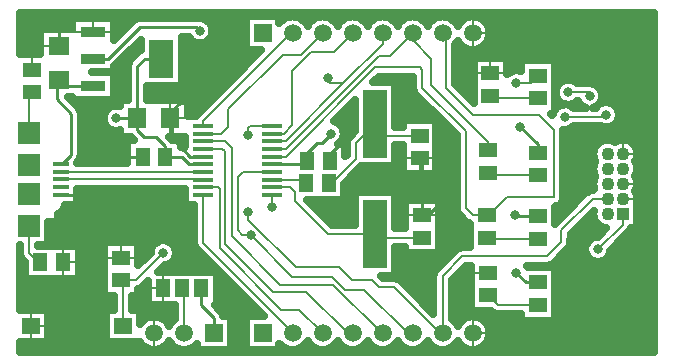
<source format=gtl>
G04 DipTrace 3.3.1.3*
G04 cmsis_dap.gtl*
%MOIN*%
G04 #@! TF.FileFunction,Copper,L1,Top*
G04 #@! TF.Part,Single*
G04 #@! TA.AperFunction,Conductor*
%ADD13C,0.01*%
%ADD14C,0.008*%
G04 #@! TA.AperFunction,CopperBalancing*
%ADD15C,0.025*%
%ADD16C,0.00799*%
%ADD17R,0.051181X0.059055*%
%ADD18R,0.059055X0.051181*%
%ADD19R,0.070866X0.062992*%
%ADD20R,0.062992X0.070866*%
G04 #@! TA.AperFunction,ComponentPad*
%ADD21R,0.059055X0.059055*%
%ADD22C,0.059055*%
%ADD24R,0.074803X0.074803*%
%ADD25R,0.05315X0.015748*%
G04 #@! TA.AperFunction,ComponentPad*
%ADD26R,0.043307X0.043307*%
%ADD27C,0.043307*%
%ADD28R,0.059055X0.055118*%
%ADD30R,0.084646X0.037402*%
%ADD31R,0.084646X0.127953*%
%ADD32R,0.070866X0.015748*%
%ADD34R,0.07874X0.226772*%
G04 #@! TA.AperFunction,ComponentPad*
%ADD35C,0.047638*%
G04 #@! TA.AperFunction,ViaPad*
%ADD36C,0.031496*%
%FSLAX26Y26*%
G04*
G70*
G90*
G75*
G01*
G04 Top*
%LPD*%
X2145669Y1082676D2*
D13*
Y1110235D1*
X2086613Y1169291D1*
X2145669Y649606D2*
X2106298D1*
X2074802Y681102D1*
X903149Y1069291D2*
X958267D1*
X984251Y1043306D1*
X1031495D1*
X2145669Y870078D2*
X2074802D1*
X2070865Y874015D1*
X1066928Y480314D2*
Y531495D1*
X1023621Y574802D1*
Y629920D1*
X891338Y1394881D2*
X835826D1*
X811023Y1370078D1*
Y1196850D1*
Y1157480D1*
X834645Y1133857D1*
X874015D1*
X903149Y1104724D1*
Y1069291D1*
X811023Y1196850D2*
X740157D1*
X1259842Y1043306D2*
X1366141D1*
X1377952Y1055117D1*
X662991Y1394881D2*
X713779D1*
X818897Y1499999D1*
X1007873D1*
X1019684Y1488188D1*
X1456692Y1145669D2*
X1425196Y1114172D1*
X1409448D1*
X1377952Y1082676D1*
Y1055117D1*
X555314Y1044094D2*
X559842D1*
X590550Y1074802D1*
Y1212598D1*
X543306Y1259842D1*
Y1319684D1*
X549606Y1325983D1*
X662991Y1304330D2*
X571259D1*
X549606Y1325983D1*
X966928Y480314D2*
D14*
Y623621D1*
X960629Y629920D1*
X1259842Y940944D2*
Y901574D1*
X1031495Y940944D2*
Y779527D1*
X1328346Y482676D1*
Y480314D1*
X1031495Y966535D2*
X1080708D1*
X1086613Y960629D1*
Y763779D1*
X1291338Y559054D1*
X1349606D1*
X1428346Y480314D1*
X1759842Y874015D2*
D13*
Y1055117D1*
X1751968Y1062991D1*
X1031495Y1068897D2*
X986220D1*
X925196Y1129920D1*
Y1192913D1*
X921259Y1196850D1*
X555314Y941731D2*
X697637D1*
X582676Y1519684D2*
X559054D1*
X549606Y1510235D1*
Y1436220D1*
X828346Y1069291D2*
X777165D1*
X716535Y1129920D1*
X1759842Y874015D2*
X1779527D1*
X1822834Y917322D1*
X980314Y1248031D2*
X952755D1*
X921259Y1216535D1*
Y1196850D1*
X1452755Y1055117D2*
Y1079133D1*
X1511810Y1138188D1*
Y1170472D1*
X1259842Y992125D2*
D14*
X1362204D1*
X1374015Y980314D1*
X1759842Y799212D2*
X1615359D1*
X1602760Y811810D1*
X1259842Y966535D2*
X1320078D1*
X1335826Y950787D1*
Y922440D1*
X1446456Y811810D1*
X1602760D1*
X1448818Y980314D2*
X1458661D1*
X1539369Y1061023D1*
Y1112986D1*
X1602760Y1176377D1*
X1751968Y1137794D2*
X1641343D1*
X1602760Y1176377D1*
X2145669Y574802D2*
X2011810D1*
X1980314Y606298D1*
X2145669Y795275D2*
X1980314D1*
X1976377Y799212D1*
X2145669Y1263779D2*
X1996062D1*
X1988188Y1271653D1*
X2145669Y1007873D2*
X1988188D1*
X1980314Y1015747D1*
X1728346Y480314D2*
X1712598D1*
X1566928Y625983D1*
X1503936D1*
X1460629Y669291D1*
X1326771D1*
X1188976Y807086D1*
X897637Y748031D2*
X807086Y657480D1*
X757086D1*
X763779Y503936D2*
Y650787D1*
X757086Y657480D1*
X1259842Y1017716D2*
X1163385D1*
X1145669Y999999D1*
Y822834D1*
X1161417Y807086D1*
X1188976D1*
X1259842Y1068897D2*
X1305117D1*
X1602361Y1366141D1*
X1751968D1*
X1759842Y1358267D1*
Y1299212D1*
X1905511Y1153543D1*
Y897637D1*
X1929133Y874015D1*
X1976377D1*
X1984251D1*
X2043306Y933070D1*
X2200787D1*
Y1157480D1*
X2149606Y1208661D1*
X1929133D1*
X1838582Y1299212D1*
Y1470078D1*
X1828346Y1480314D1*
X1259842Y1094487D2*
X1307086D1*
X1618109Y1405511D1*
X1653543D1*
X1728346Y1480314D1*
X1980314Y1090550D2*
Y1118109D1*
X1791338Y1307086D1*
Y1393700D1*
X1728346Y1456692D1*
Y1480314D1*
X1444881Y1330708D2*
X1440944Y1334645D1*
X1437007Y1330708D1*
X1454815Y1312899D1*
X1497939D1*
X1305117Y1120078D1*
X1259842D1*
X1628346Y1480314D2*
Y1443306D1*
X1497939Y1312899D1*
X1259842Y1145669D2*
X1299212D1*
X1326771Y1173228D1*
Y1354330D1*
X1389763Y1417322D1*
X1465354D1*
X1528346Y1480314D1*
X2379133Y927952D2*
X2329527D1*
X2224409Y822834D1*
Y783464D1*
X2177165Y736220D1*
X1893700D1*
X1828346Y670865D1*
Y480314D1*
X1818897D1*
X1665354Y633857D1*
X1618109D1*
X1594487Y657480D1*
X1527558D1*
X1484251Y700787D1*
X1338582D1*
X1181102Y858267D1*
Y885826D1*
Y1141731D2*
Y1165354D1*
X1187007Y1171259D1*
X1259842D1*
X1031487D2*
Y1188968D1*
X1322834Y1480314D1*
X1328346D1*
X2374015Y1208661D2*
X2366141Y1200787D1*
X2236220D1*
X1031495Y1145669D2*
X1090550D1*
X1114172Y1169291D1*
Y1228346D1*
X1295275Y1409448D1*
X1357480D1*
X1428346Y1480314D1*
X2318897Y1271653D2*
X2322834Y1275590D1*
X2314960Y1283464D1*
X2248031D1*
X1628346Y480314D2*
X1625983D1*
X1464566Y641731D1*
X1287401D1*
X1125983Y803149D1*
Y1098424D1*
X1104330Y1120078D1*
X1031495D1*
X1528346Y480314D2*
X1511810D1*
X1374015Y618109D1*
X1263779D1*
X1102617Y779271D1*
Y1086357D1*
X1094487Y1094487D1*
X1031495D1*
X555314Y1018503D2*
X1030708D1*
X1031495Y1017716D1*
X555314Y992913D2*
X1011023D1*
X1011810Y992125D1*
X1031495D1*
X2429133Y877952D2*
Y842519D1*
X2346456Y759842D1*
X2074802Y1314960D2*
X2122046D1*
X2145669Y1338582D1*
X449999Y837401D2*
Y746850D1*
X480314Y716535D1*
X488188D1*
X449999Y1148424D2*
Y1274015D1*
X459842Y1283857D1*
D36*
X2086613Y1169291D3*
X2074802Y681102D3*
X2070865Y874015D3*
X740157Y1196850D3*
X1019684Y1488188D3*
X1456692Y1145669D3*
X1259842Y901574D3*
X697637Y941731D3*
X582676Y1519684D3*
X716535Y1129920D3*
X1822834Y917322D3*
X980314Y1248031D3*
X1511810Y1170472D3*
X1188976Y807086D3*
X897637Y748031D3*
X1444881Y1330708D3*
X1181102Y885826D3*
Y1141731D3*
X2374015Y1208661D3*
X2236220Y1200787D3*
X2318897Y1271653D3*
X2248031Y1283464D3*
X2346456Y759842D3*
X2074802Y1314960D3*
X421718Y1524434D2*
D15*
X591653D1*
X734305D2*
X796516D1*
X1043878D2*
X1169819D1*
X1365364D2*
X1391297D1*
X1465374D2*
X1491306D1*
X1565383D2*
X1591315D1*
X1665392D2*
X1691324D1*
X1765365D2*
X1791298D1*
X1865375D2*
X1891307D1*
X1965384D2*
X2531050D1*
X421718Y1499565D2*
X591653D1*
X734305D2*
X771397D1*
X1062861D2*
X1169819D1*
X1983470D2*
X2531050D1*
X421718Y1474696D2*
X485185D1*
X1062215D2*
X1169819D1*
X1986591D2*
X2531050D1*
X421718Y1449827D2*
X485185D1*
X962672D2*
X999477D1*
X1039895D2*
X1169819D1*
X1977836D2*
X2531050D1*
X421718Y1424959D2*
X485185D1*
X790894D2*
X820020D1*
X962672D2*
X1169819D1*
X1871583D2*
X1917179D1*
X1939511D2*
X2531050D1*
X766027Y1400090D2*
X794004D1*
X962672D2*
X1196984D1*
X1871583D2*
X2531050D1*
X741159Y1375221D2*
X777462D1*
X962672D2*
X1172116D1*
X1871583D2*
X1929667D1*
X2046733D2*
X2087127D1*
X2204193D2*
X2531050D1*
X734305Y1350352D2*
X777031D1*
X962672D2*
X1147248D1*
X1871583D2*
X1929667D1*
X2204193D2*
X2531050D1*
X734305Y1325483D2*
X777031D1*
X962672D2*
X1122380D1*
X1607331D2*
X1726850D1*
X1871583D2*
X1929667D1*
X2204193D2*
X2241142D1*
X2254936D2*
X2531050D1*
X734305Y1300615D2*
X777031D1*
X845008D2*
X1097513D1*
X1671134D2*
X1726850D1*
X1882814D2*
X1929667D1*
X2352144D2*
X2531050D1*
X734305Y1275746D2*
X777031D1*
X845008D2*
X1072645D1*
X1671134D2*
X1737687D1*
X1907682D2*
X1929667D1*
X2363447D2*
X2531050D1*
X599309Y1250877D2*
X750513D1*
X981762D2*
X1047777D1*
X1671134D2*
X1762554D1*
X2204193D2*
X2218642D1*
X2358172D2*
X2531050D1*
X621557Y1226008D2*
X707093D1*
X981762D2*
X1022910D1*
X1507860D2*
X1534403D1*
X1671134D2*
X1787422D1*
X2415049D2*
X2531050D1*
X624535Y1201140D2*
X695610D1*
X1482993D2*
X1534403D1*
X1671134D2*
X1812290D1*
X2418099D2*
X2531050D1*
X624535Y1176271D2*
X700777D1*
X1488304D2*
X1534403D1*
X1671134D2*
X1693441D1*
X1810508D2*
X1837158D1*
X2403637D2*
X2531050D1*
X624535Y1151402D2*
X750513D1*
X1501042D2*
X1532142D1*
X1810508D2*
X1862025D1*
X2233798D2*
X2531050D1*
X624535Y1126533D2*
X794937D1*
X928367D2*
X967074D1*
X1496844D2*
X1509559D1*
X1810508D2*
X1872503D1*
X2233798D2*
X2531050D1*
X624535Y1101665D2*
X773766D1*
X1671134D2*
X1693441D1*
X1810508D2*
X1872503D1*
X2233798D2*
X2334728D1*
X2473540D2*
X2531050D1*
X624535Y1076796D2*
X773766D1*
X1671134D2*
X1693441D1*
X1810508D2*
X1872503D1*
X2233798D2*
X2328484D1*
X2479784D2*
X2531050D1*
X614739Y1051927D2*
X773766D1*
X1671134D2*
X1693441D1*
X1810508D2*
X1872503D1*
X2233798D2*
X2334871D1*
X2473396D2*
X2531050D1*
X1551029Y1027058D2*
X1693441D1*
X1810508D2*
X1872503D1*
X2233798D2*
X2328484D1*
X2479784D2*
X2531050D1*
X1526161Y1002190D2*
X1872503D1*
X2233798D2*
X2335015D1*
X2473253D2*
X2531050D1*
X1503411Y977321D2*
X1872503D1*
X2233798D2*
X2328484D1*
X2479784D2*
X2531050D1*
X610899Y952452D2*
X967074D1*
X1503411D2*
X1872503D1*
X2233798D2*
X2308855D1*
X2473073D2*
X2531050D1*
X610899Y927583D2*
X967074D1*
X1503411D2*
X1534403D1*
X1671134D2*
X1872503D1*
X2233295D2*
X2283521D1*
X2479784D2*
X2531050D1*
X572647Y902714D2*
X998508D1*
X1401177D2*
X1534403D1*
X1671134D2*
X1701300D1*
X1818366D2*
X1872503D1*
X2206239D2*
X2258653D1*
X2479784D2*
X2531050D1*
X550435Y877846D2*
X998508D1*
X1426045D2*
X1534403D1*
X1671134D2*
X1701300D1*
X1818366D2*
X1879788D1*
X2204193D2*
X2233785D1*
X2479784D2*
X2531050D1*
X550435Y852977D2*
X998508D1*
X1450912D2*
X1534403D1*
X1671134D2*
X1701300D1*
X1818366D2*
X1904548D1*
X2300183D2*
X2335445D1*
X2479784D2*
X2531050D1*
X516380Y828108D2*
X998508D1*
X1818366D2*
X1917861D1*
X2275316D2*
X2369105D1*
X2458504D2*
X2531050D1*
X516380Y803239D2*
X998508D1*
X1818366D2*
X1917861D1*
X2257409D2*
X2344237D1*
X2435503D2*
X2531050D1*
X516380Y778371D2*
X698552D1*
X815619D2*
X865737D1*
X929551D2*
X998508D1*
X1818366D2*
X1917861D1*
X2256979D2*
X2305984D1*
X2410635D2*
X2531050D1*
X617574Y753502D2*
X698552D1*
X815619D2*
X853249D1*
X942039D2*
X1011893D1*
X1671134D2*
X1701300D1*
X1818366D2*
X1865363D1*
X2240077D2*
X2302181D1*
X2390719D2*
X2531050D1*
X617574Y728633D2*
X698552D1*
X815619D2*
X832616D1*
X937661D2*
X1036761D1*
X1671134D2*
X1840495D1*
X2215210D2*
X2315494D1*
X2377442D2*
X2531050D1*
X617574Y703764D2*
X698552D1*
X899014D2*
X1061629D1*
X1671134D2*
X1815627D1*
X1906893D2*
X1921772D1*
X2112976D2*
X2531050D1*
X617574Y678896D2*
X698552D1*
X1671134D2*
X1796429D1*
X1882025D2*
X1921772D1*
X2204193D2*
X2531050D1*
X421718Y654027D2*
X698552D1*
X1078219D2*
X1111364D1*
X1690834D2*
X1795352D1*
X1861356D2*
X1921772D1*
X2204193D2*
X2531050D1*
X421718Y629158D2*
X698552D1*
X820894D2*
X843058D1*
X1078219D2*
X1136232D1*
X1715702D2*
X1795352D1*
X1861356D2*
X1921772D1*
X2204193D2*
X2531050D1*
X421718Y604289D2*
X730776D1*
X796779D2*
X843058D1*
X1078219D2*
X1161100D1*
X1740569D2*
X1795352D1*
X1861356D2*
X1921772D1*
X2204193D2*
X2531050D1*
X421718Y579420D2*
X730776D1*
X796779D2*
X843058D1*
X1078219D2*
X1185967D1*
X1765437D2*
X1795352D1*
X1861356D2*
X1921772D1*
X2204193D2*
X2531050D1*
X515232Y554552D2*
X705263D1*
X822293D2*
X933917D1*
X1090922D2*
X1210835D1*
X1861356D2*
X1921772D1*
X2204193D2*
X2531050D1*
X515232Y529683D2*
X705263D1*
X822293D2*
X837927D1*
X895927D2*
X933917D1*
X1125443D2*
X1169819D1*
X1861356D2*
X1899345D1*
X1957346D2*
X2087127D1*
X2204193D2*
X2531050D1*
X515232Y504814D2*
X705263D1*
X1125443D2*
X1169819D1*
X1981245D2*
X2531050D1*
X515232Y479945D2*
X705263D1*
X1125443D2*
X1169819D1*
X1986878D2*
X2531050D1*
X515232Y455077D2*
X705263D1*
X1125443D2*
X1169819D1*
X1980850D2*
X2531050D1*
X421718Y430208D2*
X839362D1*
X894492D2*
X939371D1*
X994501D2*
X1008412D1*
X1125443D2*
X1169819D1*
X1286886D2*
X1300761D1*
X1355927D2*
X1400770D1*
X1455900D2*
X1500779D1*
X1555909D2*
X1600788D1*
X1655919D2*
X1700762D1*
X1755928D2*
X1800771D1*
X1855901D2*
X1900780D1*
X1955910D2*
X2531050D1*
X926953Y1125318D2*
X955239D1*
Y1100809D1*
X963195Y1100403D1*
X968010Y1099246D1*
X969562Y1104077D1*
Y1134942D1*
X917499Y1134916D1*
X925429Y1126991D1*
X778092Y1125318D2*
X798640D1*
X789023Y1134931D1*
X753027Y1134916D1*
Y1156626D1*
X746766Y1155122D1*
X740157Y1154602D1*
X733548Y1155122D1*
X727101Y1156669D1*
X720976Y1159206D1*
X715324Y1162670D1*
X710283Y1166976D1*
X705977Y1172017D1*
X702513Y1177669D1*
X699976Y1183794D1*
X698429Y1190241D1*
X697909Y1196850D1*
X698429Y1203459D1*
X699976Y1209905D1*
X702513Y1216030D1*
X705977Y1221682D1*
X710283Y1226723D1*
X715324Y1231029D1*
X720976Y1234493D1*
X727101Y1237030D1*
X733548Y1238577D1*
X740157Y1239098D1*
X746766Y1238577D1*
X753025Y1237083D1*
X753027Y1258783D1*
X779545D1*
X779620Y1372549D1*
X780393Y1377432D1*
X781921Y1382133D1*
X784165Y1386537D1*
X787070Y1390536D1*
X813552Y1417155D1*
X817311Y1420365D1*
X821534Y1422952D1*
X822515Y1423827D1*
Y1459101D1*
X734236Y1370928D1*
X732286Y1369392D1*
X731814Y1366591D1*
Y1349680D1*
X658473Y1349530D1*
X731814D1*
Y1259129D1*
X594169D1*
Y1267992D1*
X579709Y1267987D1*
X614503Y1233055D1*
X617409Y1229056D1*
X619653Y1224652D1*
X621180Y1219951D1*
X621953Y1215069D1*
X622051Y1148293D1*
X621953Y1072331D1*
X621180Y1067449D1*
X619653Y1062748D1*
X617409Y1058344D1*
X614503Y1054345D1*
X612817Y1052522D1*
X610432Y1049003D1*
X776253D1*
X776255Y1125318D1*
X778092D1*
X1481038Y1111145D2*
X1504846D1*
Y1069627D1*
X1508877Y1073664D1*
X1508963Y1115379D1*
X1509712Y1120106D1*
X1511191Y1124658D1*
X1513364Y1128922D1*
X1516177Y1132794D1*
X1536909Y1153659D1*
X1536891Y1257502D1*
X1466178Y1186824D1*
X1472860Y1184701D1*
X1478767Y1181691D1*
X1484130Y1177794D1*
X1488818Y1173106D1*
X1492714Y1167743D1*
X1495724Y1161836D1*
X1497773Y1155531D1*
X1498810Y1148983D1*
Y1142354D1*
X1497773Y1135806D1*
X1495724Y1129501D1*
X1492714Y1123594D1*
X1488818Y1118231D1*
X1484130Y1113543D1*
X1481019Y1111151D1*
X813113Y627575D2*
Y605389D1*
X794274D1*
X794279Y558026D1*
X819806Y557995D1*
Y510592D1*
X823900Y516198D1*
X828963Y521517D1*
X834678Y526129D1*
X840947Y529954D1*
X847663Y532925D1*
X854710Y534993D1*
X861966Y536122D1*
X869308Y536291D1*
X876609Y535499D1*
X883744Y533759D1*
X890590Y531100D1*
X897029Y527569D1*
X902951Y523226D1*
X908254Y518146D1*
X912847Y512416D1*
X916924Y505589D1*
X921601Y513246D1*
X927311Y519932D1*
X933996Y525641D1*
X936440Y527274D1*
X936428Y573864D1*
X845547Y573893D1*
Y652802D1*
X826894Y634287D1*
X823022Y631474D1*
X818758Y629301D1*
X814197Y627820D1*
X733271Y605389D2*
X701058D1*
Y784373D1*
X813113D1*
Y706641D1*
X855373Y748901D1*
X855909Y754640D1*
X857457Y761086D1*
X859994Y767211D1*
X863458Y772863D1*
X867763Y777905D1*
X872804Y782210D1*
X878457Y785674D1*
X884582Y788211D1*
X891028Y789759D1*
X897637Y790279D1*
X904246Y789759D1*
X910692Y788211D1*
X916817Y785674D1*
X922470Y782210D1*
X927511Y777905D1*
X931816Y772863D1*
X935280Y767211D1*
X937817Y761086D1*
X939365Y754640D1*
X939885Y748031D1*
X939365Y741422D1*
X937817Y734975D1*
X935280Y728851D1*
X931816Y723198D1*
X927511Y718157D1*
X922470Y713851D1*
X916817Y710387D1*
X910692Y707850D1*
X904246Y706303D1*
X898556Y705819D1*
X878682Y685942D1*
X1075712Y685948D1*
Y573893D1*
X1069073D1*
X1090881Y551953D1*
X1093787Y547954D1*
X1096031Y543550D1*
X1097558Y538849D1*
X1098042Y536413D1*
X1122956Y536342D1*
Y424286D1*
X1010901D1*
Y445566D1*
X1006546Y440697D1*
X999861Y434987D1*
X992364Y430393D1*
X984242Y427029D1*
X975693Y424976D1*
X966928Y424287D1*
X958164Y424976D1*
X949615Y427029D1*
X941492Y430393D1*
X933996Y434987D1*
X927311Y440697D1*
X921601Y447382D1*
X916928Y455050D1*
X913476Y449130D1*
X908997Y443310D1*
X903796Y438126D1*
X897961Y433666D1*
X891594Y430008D1*
X884802Y427214D1*
X877703Y425332D1*
X870420Y424395D1*
X863076Y424419D1*
X855798Y425403D1*
X848712Y427331D1*
X841938Y430168D1*
X835594Y433868D1*
X829789Y438365D1*
X824621Y443583D1*
X820180Y449432D1*
X819806Y449877D1*
X707751D1*
Y557995D1*
X733265D1*
X733279Y605381D1*
X489510Y1494216D2*
X594170D1*
X594169Y1530633D1*
X731814D1*
Y1457465D1*
X798439Y1523952D1*
X802438Y1526857D1*
X806842Y1529101D1*
X811543Y1530629D1*
X816425Y1531402D1*
X883201Y1531499D1*
X1010345Y1531402D1*
X1015236Y1530626D1*
X1026293Y1529916D1*
X1032740Y1528368D1*
X1038864Y1525831D1*
X1044517Y1522368D1*
X1049558Y1518062D1*
X1053864Y1513021D1*
X1057328Y1507368D1*
X1059865Y1501244D1*
X1061412Y1494797D1*
X1061932Y1488188D1*
X1061412Y1481579D1*
X1059865Y1475133D1*
X1057328Y1469008D1*
X1053864Y1463355D1*
X1049558Y1458314D1*
X1044517Y1454009D1*
X1038864Y1450545D1*
X1032740Y1448008D1*
X1026293Y1446460D1*
X1019684Y1445940D1*
X1013075Y1446460D1*
X1006629Y1448008D1*
X1000504Y1450545D1*
X994851Y1454009D1*
X989810Y1458314D1*
X985505Y1463355D1*
X982326Y1468499D1*
X960183D1*
X960161Y1304404D1*
X842497D1*
X842523Y1258801D1*
X979255Y1258783D1*
Y1205638D1*
X1005977Y1205633D1*
X1008295Y1208776D1*
X1061886Y1262500D1*
X1223696Y1424310D1*
X1172318Y1424287D1*
Y1536342D1*
X1284373D1*
Y1515062D1*
X1288728Y1519932D1*
X1295413Y1525641D1*
X1302910Y1530235D1*
X1311032Y1533600D1*
X1319581Y1535652D1*
X1328346Y1536342D1*
X1337110Y1535652D1*
X1345659Y1533600D1*
X1353782Y1530235D1*
X1361278Y1525641D1*
X1367963Y1519932D1*
X1373673Y1513246D1*
X1378346Y1505578D1*
X1383018Y1513246D1*
X1388728Y1519932D1*
X1395413Y1525641D1*
X1402910Y1530235D1*
X1411032Y1533600D1*
X1419581Y1535652D1*
X1428346Y1536342D1*
X1437110Y1535652D1*
X1445659Y1533600D1*
X1453782Y1530235D1*
X1461278Y1525641D1*
X1467963Y1519932D1*
X1473673Y1513246D1*
X1478346Y1505578D1*
X1483018Y1513246D1*
X1488728Y1519932D1*
X1495413Y1525641D1*
X1502910Y1530235D1*
X1511032Y1533600D1*
X1519581Y1535652D1*
X1528346Y1536342D1*
X1537110Y1535652D1*
X1545659Y1533600D1*
X1553782Y1530235D1*
X1561278Y1525641D1*
X1567963Y1519932D1*
X1573673Y1513246D1*
X1578346Y1505578D1*
X1583018Y1513246D1*
X1588728Y1519932D1*
X1595413Y1525641D1*
X1602910Y1530235D1*
X1611032Y1533600D1*
X1619581Y1535652D1*
X1628346Y1536342D1*
X1637110Y1535652D1*
X1645659Y1533600D1*
X1653782Y1530235D1*
X1661278Y1525641D1*
X1667963Y1519932D1*
X1673673Y1513246D1*
X1678346Y1505578D1*
X1683018Y1513246D1*
X1688728Y1519932D1*
X1695413Y1525641D1*
X1702910Y1530235D1*
X1711032Y1533600D1*
X1719581Y1535652D1*
X1728346Y1536342D1*
X1737110Y1535652D1*
X1745659Y1533600D1*
X1753782Y1530235D1*
X1761278Y1525641D1*
X1767963Y1519932D1*
X1773673Y1513246D1*
X1778346Y1505578D1*
X1783018Y1513246D1*
X1788728Y1519932D1*
X1795413Y1525641D1*
X1802910Y1530235D1*
X1811032Y1533600D1*
X1819581Y1535652D1*
X1828346Y1536342D1*
X1837110Y1535652D1*
X1845659Y1533600D1*
X1853782Y1530235D1*
X1861278Y1525641D1*
X1867963Y1519932D1*
X1873673Y1513246D1*
X1878346Y1505578D1*
X1882001Y1511798D1*
X1886517Y1517589D1*
X1891751Y1522740D1*
X1897615Y1527162D1*
X1904006Y1530779D1*
X1910816Y1533529D1*
X1917926Y1535364D1*
X1925216Y1536254D1*
X1932560Y1536183D1*
X1939831Y1535152D1*
X1946904Y1533179D1*
X1953659Y1530297D1*
X1959979Y1526557D1*
X1965756Y1522022D1*
X1970890Y1516771D1*
X1975292Y1510893D1*
X1978889Y1504490D1*
X1981617Y1497672D1*
X1983429Y1490556D1*
X1984296Y1483263D1*
X1984253Y1476642D1*
X1983292Y1469362D1*
X1981388Y1462269D1*
X1978572Y1455486D1*
X1974893Y1449130D1*
X1970415Y1443310D1*
X1965213Y1438126D1*
X1959379Y1433666D1*
X1953011Y1430008D1*
X1946219Y1427214D1*
X1939121Y1425332D1*
X1931837Y1424395D1*
X1924493Y1424419D1*
X1917215Y1425403D1*
X1910129Y1427331D1*
X1903356Y1430168D1*
X1897012Y1433868D1*
X1891206Y1438365D1*
X1886038Y1443583D1*
X1881598Y1449432D1*
X1878353Y1455037D1*
X1873673Y1447382D1*
X1869071Y1441896D1*
X1869082Y1311865D1*
X1932185Y1248742D1*
X1932161Y1398546D1*
X2044216D1*
Y1344110D1*
X2049970Y1349139D1*
X2055622Y1352603D1*
X2061747Y1355140D1*
X2068193Y1356688D1*
X2074802Y1357208D1*
X2081411Y1356688D1*
X2087858Y1355140D1*
X2089645Y1354481D1*
X2089641Y1390672D1*
X2201696D1*
Y1225118D1*
X2206346Y1230660D1*
X2211387Y1234966D1*
X2217039Y1238430D1*
X2223164Y1240967D1*
X2229611Y1242515D1*
X2235818Y1243019D1*
X2228851Y1245821D1*
X2223198Y1249284D1*
X2218157Y1253590D1*
X2213851Y1258631D1*
X2210387Y1264284D1*
X2207850Y1270408D1*
X2206303Y1276855D1*
X2205783Y1283464D1*
X2206303Y1290073D1*
X2207850Y1296519D1*
X2210387Y1302644D1*
X2213851Y1308297D1*
X2218157Y1313338D1*
X2223198Y1317643D1*
X2228851Y1321107D1*
X2234975Y1323644D1*
X2241422Y1325192D1*
X2248031Y1325712D1*
X2254640Y1325192D1*
X2261086Y1323644D1*
X2267211Y1321107D1*
X2272863Y1317643D1*
X2277229Y1313962D1*
X2322212Y1313771D1*
X2328759Y1312733D1*
X2335064Y1310685D1*
X2340971Y1307675D1*
X2346335Y1303778D1*
X2351023Y1299091D1*
X2354919Y1293727D1*
X2357929Y1287820D1*
X2359978Y1281515D1*
X2361015Y1274967D1*
Y1268338D1*
X2359978Y1261790D1*
X2357929Y1255485D1*
X2354919Y1249578D1*
X2350767Y1243939D1*
X2354835Y1246304D1*
X2360960Y1248841D1*
X2367406Y1250389D1*
X2374015Y1250909D1*
X2380624Y1250389D1*
X2387070Y1248841D1*
X2393195Y1246304D1*
X2398848Y1242840D1*
X2403889Y1238534D1*
X2408194Y1233493D1*
X2411658Y1227841D1*
X2414195Y1221716D1*
X2415743Y1215270D1*
X2416263Y1208661D1*
X2415743Y1202052D1*
X2414195Y1195605D1*
X2411658Y1189480D1*
X2408194Y1183828D1*
X2403889Y1178787D1*
X2398848Y1174481D1*
X2393195Y1171017D1*
X2387070Y1168480D1*
X2380624Y1166933D1*
X2374015Y1166413D1*
X2367406Y1166933D1*
X2360960Y1168480D1*
X2356423Y1170285D1*
X2265486Y1170287D1*
X2261052Y1166607D1*
X2255400Y1163143D1*
X2249275Y1160606D1*
X2242829Y1159059D1*
X2236220Y1158539D1*
X2231245Y1158865D1*
X2231287Y933070D1*
X2230911Y928299D1*
X2229794Y923645D1*
X2227962Y919223D1*
X2225462Y915143D1*
X2222353Y911503D1*
X2218714Y908395D1*
X2214633Y905894D1*
X2210212Y904063D1*
X2205558Y902945D1*
X2203170Y902664D1*
X2201696Y894609D1*
Y843167D1*
X2307960Y949519D1*
X2311599Y952627D1*
X2315680Y955128D1*
X2320102Y956959D1*
X2324756Y958077D1*
X2329536Y958452D1*
X2334645Y959524D1*
X2332310Y966711D1*
X2331128Y974174D1*
Y981730D1*
X2332310Y989193D1*
X2334645Y996380D1*
X2337982Y1002945D1*
X2334645Y1009524D1*
X2332310Y1016711D1*
X2331128Y1024174D1*
Y1031730D1*
X2332310Y1039193D1*
X2334645Y1046380D1*
X2337982Y1052945D1*
X2334645Y1059524D1*
X2332310Y1066711D1*
X2331128Y1074174D1*
Y1081730D1*
X2332310Y1089193D1*
X2334645Y1096380D1*
X2338075Y1103112D1*
X2342517Y1109225D1*
X2347860Y1114568D1*
X2353973Y1119010D1*
X2360706Y1122440D1*
X2367892Y1124775D1*
X2375355Y1125957D1*
X2382911D1*
X2390374Y1124775D1*
X2397561Y1122440D1*
X2404126Y1119103D1*
X2410340Y1122287D1*
X2417298Y1124628D1*
X2424532Y1125885D1*
X2431872Y1126028D1*
X2439149Y1125052D1*
X2446193Y1122982D1*
X2452841Y1119865D1*
X2458937Y1115774D1*
X2464340Y1110803D1*
X2468925Y1105069D1*
X2472585Y1098704D1*
X2475235Y1091857D1*
X2476813Y1084687D1*
X2477287Y1077952D1*
X2476727Y1070631D1*
X2475061Y1063481D1*
X2472327Y1056667D1*
X2470281Y1052954D1*
X2473621Y1046380D1*
X2475956Y1039193D1*
X2477138Y1031730D1*
Y1024174D1*
X2475956Y1016711D1*
X2473621Y1009524D1*
X2470285Y1002959D1*
X2473345Y997032D1*
X2475732Y990089D1*
X2477036Y982863D1*
X2477252Y976115D1*
X2476413Y968821D1*
X2474475Y961740D1*
X2471484Y955035D1*
X2470281Y952954D1*
X2473345Y947032D1*
X2475732Y940089D1*
X2477036Y932863D1*
X2477287Y926105D1*
Y829798D1*
X2456869D1*
X2453808Y824591D1*
X2450700Y820952D1*
X2388711Y758963D1*
X2388184Y753233D1*
X2386636Y746786D1*
X2384099Y740662D1*
X2380635Y735009D1*
X2376330Y729968D1*
X2371289Y725662D1*
X2365636Y722198D1*
X2359511Y719661D1*
X2353065Y718114D1*
X2346456Y717594D1*
X2339847Y718114D1*
X2333401Y719661D1*
X2327276Y722198D1*
X2321623Y725662D1*
X2316582Y729968D1*
X2312277Y735009D1*
X2308813Y740662D1*
X2306276Y746786D1*
X2304728Y753233D1*
X2304208Y759842D1*
X2304728Y766451D1*
X2306276Y772897D1*
X2308813Y779022D1*
X2312277Y784675D1*
X2316582Y789716D1*
X2321623Y794021D1*
X2327276Y797485D1*
X2333401Y800022D1*
X2339847Y801570D1*
X2345537Y802054D1*
X2373582Y830101D1*
X2367892Y831129D1*
X2360706Y833464D1*
X2353973Y836894D1*
X2347860Y841336D1*
X2342517Y846679D1*
X2338075Y852792D1*
X2334645Y859524D1*
X2332310Y866711D1*
X2331128Y874174D1*
Y881730D1*
X2331915Y887209D1*
X2254901Y810193D1*
X2254815Y781071D1*
X2254066Y776344D1*
X2252587Y771792D1*
X2250414Y767528D1*
X2247601Y763656D1*
X2198731Y714653D1*
X2195092Y711545D1*
X2191011Y709044D1*
X2186590Y707212D1*
X2181936Y706095D1*
X2177165Y705720D1*
X2109164D1*
X2111654Y701695D1*
X2201696Y701696D1*
Y522712D1*
X2089641D1*
Y544278D1*
X2009417Y544396D1*
X2004690Y545145D1*
X2000138Y546624D1*
X1995874Y548797D1*
X1992002Y551610D1*
X1989254Y554225D1*
X1924287Y554208D1*
Y705724D1*
X1906347Y705720D1*
X1858861Y658247D1*
X1858846Y527293D1*
X1864733Y522918D1*
X1870949Y516701D1*
X1876117Y509588D1*
X1878346Y505578D1*
X1882001Y511798D1*
X1886517Y517589D1*
X1891751Y522740D1*
X1897615Y527162D1*
X1904006Y530779D1*
X1910816Y533529D1*
X1917926Y535364D1*
X1925216Y536254D1*
X1932560Y536183D1*
X1939831Y535152D1*
X1946904Y533179D1*
X1953659Y530297D1*
X1959979Y526557D1*
X1965756Y522022D1*
X1970890Y516771D1*
X1975292Y510893D1*
X1978889Y504490D1*
X1981617Y497672D1*
X1983429Y490556D1*
X1984296Y483263D1*
X1984253Y476642D1*
X1983292Y469362D1*
X1981388Y462269D1*
X1978572Y455486D1*
X1974893Y449130D1*
X1970415Y443310D1*
X1965213Y438126D1*
X1959379Y433666D1*
X1953011Y430008D1*
X1946219Y427214D1*
X1939121Y425332D1*
X1931837Y424395D1*
X1924493Y424419D1*
X1917215Y425403D1*
X1910129Y427331D1*
X1903356Y430168D1*
X1897012Y433868D1*
X1891206Y438365D1*
X1886038Y443583D1*
X1881598Y449432D1*
X1878353Y455037D1*
X1873673Y447382D1*
X1867963Y440697D1*
X1861278Y434987D1*
X1853782Y430393D1*
X1845659Y427029D1*
X1837110Y424976D1*
X1828346Y424287D1*
X1819581Y424976D1*
X1811032Y427029D1*
X1802910Y430393D1*
X1795413Y434987D1*
X1788728Y440697D1*
X1783018Y447382D1*
X1778346Y455050D1*
X1773673Y447382D1*
X1767963Y440697D1*
X1761278Y434987D1*
X1753782Y430393D1*
X1745659Y427029D1*
X1737110Y424976D1*
X1728346Y424287D1*
X1719581Y424976D1*
X1711032Y427029D1*
X1702910Y430393D1*
X1695413Y434987D1*
X1688728Y440697D1*
X1683018Y447382D1*
X1678346Y455050D1*
X1673673Y447382D1*
X1667963Y440697D1*
X1661278Y434987D1*
X1653782Y430393D1*
X1645659Y427029D1*
X1637110Y424976D1*
X1628346Y424287D1*
X1619581Y424976D1*
X1611032Y427029D1*
X1602910Y430393D1*
X1595413Y434987D1*
X1588728Y440697D1*
X1583018Y447382D1*
X1578346Y455050D1*
X1573673Y447382D1*
X1567963Y440697D1*
X1561278Y434987D1*
X1553782Y430393D1*
X1545659Y427029D1*
X1537110Y424976D1*
X1528346Y424287D1*
X1519581Y424976D1*
X1511032Y427029D1*
X1502910Y430393D1*
X1495413Y434987D1*
X1488728Y440697D1*
X1483018Y447382D1*
X1478346Y455050D1*
X1473673Y447382D1*
X1467963Y440697D1*
X1461278Y434987D1*
X1453782Y430393D1*
X1445659Y427029D1*
X1437110Y424976D1*
X1428346Y424287D1*
X1419581Y424976D1*
X1411032Y427029D1*
X1402910Y430393D1*
X1395413Y434987D1*
X1388728Y440697D1*
X1383018Y447382D1*
X1378346Y455050D1*
X1373673Y447382D1*
X1367963Y440697D1*
X1361278Y434987D1*
X1353782Y430393D1*
X1345659Y427029D1*
X1337110Y424976D1*
X1328346Y424287D1*
X1319581Y424976D1*
X1311032Y427029D1*
X1302910Y430393D1*
X1295413Y434987D1*
X1288728Y440697D1*
X1284370Y445668D1*
X1284373Y424287D1*
X1172318D1*
Y536342D1*
X1231563D1*
X1008303Y759719D1*
X1005490Y763591D1*
X1003317Y767855D1*
X1001838Y772407D1*
X1001089Y777134D1*
X1000995Y853018D1*
Y906593D1*
X969562Y906570D1*
Y962380D1*
X608366Y962412D1*
X608384Y907357D1*
X571344D1*
X570140Y902638D1*
X567898Y897226D1*
X564838Y892232D1*
X561034Y887778D1*
X556580Y883974D1*
X551586Y880914D1*
X547925Y879318D1*
X547924Y850478D1*
X513870D1*
X513896Y773499D1*
X480488D1*
X480499Y772558D1*
X615082Y772562D1*
Y660507D1*
X436098D1*
Y717599D1*
X426807Y727041D1*
X423994Y730913D1*
X421821Y735178D1*
X420342Y739729D1*
X419593Y744457D1*
X419499Y773512D1*
X419200Y771776D1*
Y558014D1*
X512720Y557995D1*
Y449877D1*
X419199D1*
X419200Y419214D1*
X2533520Y419200D1*
X2533554Y1549288D1*
X419234Y1549302D1*
X419200Y1410766D1*
X487676Y1410751D1*
X487673Y1494216D1*
X489510D1*
X1705127Y1189885D2*
X1807995D1*
Y1010901D1*
X1695940D1*
Y1107270D1*
X1668609Y1107294D1*
X1668631Y1036491D1*
X1558000D1*
X1500927Y979447D1*
X1500909Y924286D1*
X1377124D1*
X1459066Y842334D1*
X1536920Y842310D1*
X1536891Y951696D1*
X1668631D1*
Y829725D1*
X1703814Y829798D1*
Y926105D1*
X1815870D1*
X1815869Y747121D1*
X1703814D1*
Y768687D1*
X1668660Y768712D1*
X1668631Y671924D1*
X1623165D1*
X1630746Y664355D1*
X1667747Y664264D1*
X1672474Y663515D1*
X1677025Y662036D1*
X1681290Y659863D1*
X1685162Y657050D1*
X1738886Y603458D1*
X1797846Y544619D1*
X1797940Y673258D1*
X1798688Y677985D1*
X1800167Y682537D1*
X1802340Y686802D1*
X1805153Y690674D1*
X1858745Y744398D1*
X1873892Y759412D1*
X1877764Y762225D1*
X1882028Y764398D1*
X1886580Y765877D1*
X1891307Y766626D1*
X1920362Y766720D1*
X1920350Y844834D1*
X1915286Y846839D1*
X1911206Y849340D1*
X1907560Y852455D1*
X1882319Y877829D1*
X1879505Y881701D1*
X1877333Y885965D1*
X1875854Y890517D1*
X1875105Y895244D1*
X1875011Y971128D1*
Y1140896D1*
X1736649Y1279404D1*
X1733836Y1283276D1*
X1731663Y1287540D1*
X1730184Y1292092D1*
X1729436Y1296819D1*
X1729342Y1335634D1*
X1614998Y1335641D1*
X1595636Y1316282D1*
X1668631Y1316263D1*
Y1168312D1*
X1695940Y1168381D1*
Y1189885D1*
X1705127D1*
X2195416Y1211688D2*
X2189747D1*
X2194440Y1206960D1*
X2195431Y1211684D1*
X2265465Y1231287D2*
X2305841Y1231472D1*
X2299717Y1234009D1*
X2294064Y1237473D1*
X2289023Y1241779D1*
X2284717Y1246820D1*
X2281031Y1252955D1*
X2277246Y1252964D1*
X2272863Y1249284D1*
X2267211Y1245821D1*
X2261086Y1243284D1*
X2254640Y1241736D1*
X2248432Y1241232D1*
X2255400Y1238430D1*
X2261052Y1234966D1*
X2265418Y1231285D1*
X2331349Y1231287D2*
X2338310D1*
X2342144Y1236374D1*
X2338077Y1234009D1*
X2331291Y1231286D1*
X776291Y1069291D2*
D16*
X828346D1*
X757086Y784337D2*
Y732283D1*
X701094D2*
X813078D1*
X549606Y1494180D2*
Y1436220D1*
X487708D2*
X549606D1*
X921259Y1258747D2*
Y1134952D1*
Y1196850D2*
X979219D1*
X1751968Y1062991D2*
Y1010936D1*
X1695976Y1062991D2*
X1807960D1*
X1759842Y926069D2*
Y874015D1*
X1703850D2*
X1815834D1*
X1928346Y1536306D2*
Y1424322D1*
Y1480314D2*
X1984337D1*
X1928346Y536306D2*
Y424322D1*
Y480314D2*
X1984337D1*
X555309Y941731D2*
X608348D1*
X2429133Y927952D2*
X2477251D1*
X2429133Y977952D2*
X2477251D1*
X2429133Y1126070D2*
Y1077952D1*
X2477251D1*
X866928Y536306D2*
Y424322D1*
X459842Y1410715D2*
Y1358661D1*
X562991Y772526D2*
Y660543D1*
Y716535D2*
X615046D1*
X1924323Y681102D2*
X1980314D1*
X1988188Y1398510D2*
Y1346456D1*
X1932197D2*
X2044180D1*
X897637Y685912D2*
Y573929D1*
X845582Y629920D2*
X897637D1*
X456692Y557959D2*
Y449913D1*
Y503936D2*
X512684D1*
X662991Y1530597D2*
Y1485432D1*
X594205D2*
X731778D1*
D17*
X903149Y1069291D3*
X828346D3*
X1377952Y1055117D3*
X1452755D3*
D18*
X757086Y657480D3*
Y732283D3*
D19*
X549606Y1325983D3*
Y1436220D3*
D20*
X811023Y1196850D3*
X921259D3*
D18*
X1751968Y1137794D3*
Y1062991D3*
X1759842Y799212D3*
Y874015D3*
X2145669Y649606D3*
Y574802D3*
Y870078D3*
Y795275D3*
Y1082676D3*
Y1007873D3*
Y1338582D3*
Y1263779D3*
D21*
X1228346Y1480314D3*
D22*
X1328346D3*
X1428346D3*
X1528346D3*
X1628346D3*
X1728346D3*
X1828346D3*
X1928346D3*
D21*
X1228346Y480314D3*
D22*
X1328346D3*
X1428346D3*
X1528346D3*
X1628346D3*
X1728346D3*
X1828346D3*
X1928346D3*
D24*
X449994Y1148424D3*
Y837401D3*
D25*
X555309Y1044094D3*
Y1018503D3*
Y992913D3*
Y967322D3*
Y941731D3*
D24*
X449994Y1040157D3*
Y945669D3*
D26*
X2429133Y877952D3*
D27*
X2379133D3*
X2429133Y927952D3*
X2379133D3*
X2429133Y977952D3*
X2379133D3*
X2429133Y1027952D3*
X2379133D3*
X2429133Y1077952D3*
X2379133D3*
D21*
X1066928Y480314D3*
D22*
X966928D3*
X866928D3*
D18*
X459842Y1283857D3*
Y1358661D3*
D17*
X488188Y716535D3*
X562991D3*
X1374015Y980314D3*
X1448818D3*
D18*
X1980314Y606298D3*
Y681102D3*
X1976377Y799212D3*
Y874015D3*
X1980314Y1015747D3*
Y1090550D3*
X1988188Y1271653D3*
Y1346456D3*
D17*
X1023621Y629920D3*
X960629D3*
X897637D3*
D28*
X763779Y503936D3*
X456692D3*
D30*
X662991Y1485432D3*
Y1394881D3*
Y1304330D3*
D31*
X891338Y1394881D3*
D32*
X1259842Y940944D3*
Y966535D3*
Y992125D3*
Y1017716D3*
Y1043306D3*
Y1068897D3*
Y1094487D3*
Y1120078D3*
Y1145669D3*
Y1171259D3*
X1031487D3*
X1031495Y1145669D3*
Y1120078D3*
Y1094487D3*
Y1068897D3*
Y1043306D3*
Y1017716D3*
Y992125D3*
Y966535D3*
Y940944D3*
D34*
X1602760Y811810D3*
Y1176377D3*
D35*
Y898031D3*
Y1090157D3*
M02*

</source>
